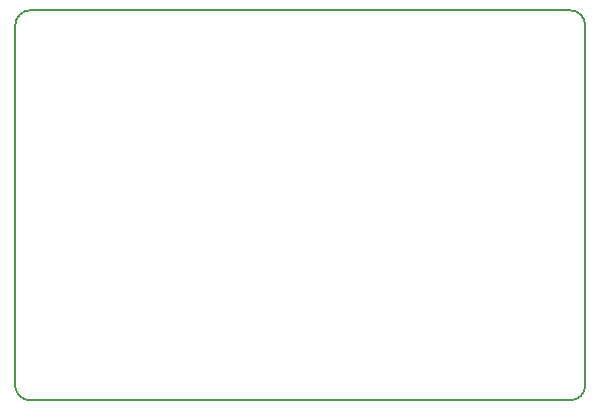
<source format=gbr>
G04 #@! TF.FileFunction,Profile,NP*
%FSLAX46Y46*%
G04 Gerber Fmt 4.6, Leading zero omitted, Abs format (unit mm)*
G04 Created by KiCad (PCBNEW 4.0.6) date 01/08/18 11:39:06*
%MOMM*%
%LPD*%
G01*
G04 APERTURE LIST*
%ADD10C,0.100000*%
%ADD11C,0.150000*%
G04 APERTURE END LIST*
D10*
D11*
X180340000Y-110617000D02*
X180340000Y-80010000D01*
X181610000Y-111760000D02*
X227330000Y-111760000D01*
X227330000Y-78740000D02*
X181610000Y-78740000D01*
X181610000Y-78740000D02*
G75*
G03X180340000Y-80010000I0J-1270000D01*
G01*
X180346303Y-110616370D02*
G75*
G03X181610000Y-111760000I1263697J126370D01*
G01*
X227330000Y-111760000D02*
G75*
G03X228600000Y-110490000I0J1270000D01*
G01*
X228600000Y-80010000D02*
X228600000Y-110490000D01*
X228600000Y-80010000D02*
G75*
G03X227330000Y-78740000I-1270000J0D01*
G01*
M02*

</source>
